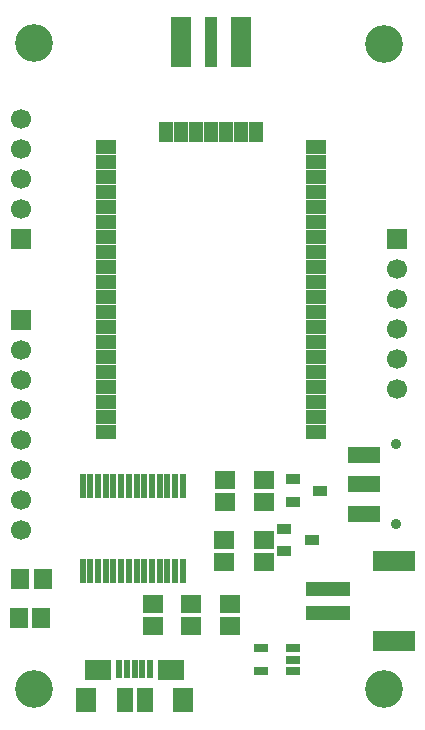
<source format=gbr>
G04 DipTrace 3.0.0.1*
G04 TopMask.gbr*
%MOIN*%
G04 #@! TF.FileFunction,Soldermask,Top*
G04 #@! TF.Part,Single*
%ADD49C,0.125984*%
%ADD50C,0.035433*%
%ADD53R,0.023622X0.07874*%
%ADD55R,0.141732X0.066929*%
%ADD57R,0.145669X0.047244*%
%ADD59R,0.051181X0.031496*%
%ADD61R,0.041339X0.167717*%
%ADD63R,0.067717X0.167717*%
%ADD65R,0.047638X0.067874*%
%ADD67R,0.067874X0.047638*%
%ADD69R,0.106299X0.055118*%
%ADD71R,0.049213X0.033465*%
%ADD73C,0.066929*%
%ADD75R,0.066929X0.066929*%
%ADD77R,0.055118X0.082677*%
%ADD79R,0.070866X0.082677*%
%ADD81R,0.090551X0.070866*%
%ADD83R,0.023622X0.061024*%
%ADD85R,0.059055X0.066929*%
%ADD87R,0.066929X0.059055*%
%FSLAX26Y26*%
G04*
G70*
G90*
G75*
G01*
G04 TopMask*
%LPD*%
D87*
X895670Y707481D3*
Y782284D3*
X1021701Y782701D3*
Y707898D3*
X1151701Y782701D3*
Y707898D3*
D85*
X528701Y863701D3*
X453898D3*
X523701Y733701D3*
X448898D3*
D87*
X1133625Y920735D3*
Y995538D3*
X1137124Y1121916D3*
Y1196719D3*
D49*
X1665355Y2649607D3*
X500000Y2653544D3*
Y500000D3*
X1665355D3*
D83*
X885675Y566701D3*
X860084D3*
X834494D3*
X808903D3*
X783313D3*
D81*
X956541Y561780D3*
X712446D3*
D79*
X995911Y461386D3*
X673076D3*
D77*
X867958D3*
X801029D3*
D75*
X456693Y1998819D3*
D73*
Y2098819D3*
Y2198819D3*
Y2298819D3*
Y2398819D3*
D75*
Y1728347D3*
D73*
Y1628347D3*
Y1528347D3*
Y1428347D3*
Y1328347D3*
Y1228347D3*
Y1128347D3*
Y1028347D3*
D75*
X1708662Y1998819D3*
D73*
Y1898819D3*
Y1798819D3*
Y1698819D3*
Y1598819D3*
Y1498819D3*
D71*
X1333858Y1033465D3*
Y958662D3*
X1424410Y996063D3*
X1363239Y1197244D3*
Y1122441D3*
X1453790Y1159843D3*
D87*
X1265864Y1122179D3*
Y1196982D3*
X1265777Y921260D3*
Y996063D3*
D69*
X1597769Y1083334D3*
Y1181759D3*
Y1280184D3*
D50*
X1706037Y1047900D3*
Y1315617D3*
D67*
X1437677Y1354725D3*
Y1404725D3*
Y1454725D3*
Y1504725D3*
Y1554725D3*
Y1604725D3*
Y1654725D3*
Y1704725D3*
Y1754725D3*
Y1804725D3*
Y1854725D3*
Y1904725D3*
Y1954725D3*
Y2004725D3*
Y2054725D3*
Y2104725D3*
Y2154725D3*
Y2204725D3*
Y2254725D3*
Y2304725D3*
D65*
X1237677Y2354725D3*
X1187677D3*
X1137677D3*
X1087677D3*
X1037677D3*
X987677D3*
X937677D3*
D67*
X737677Y2304725D3*
Y2254725D3*
Y2204725D3*
Y2154725D3*
Y2104725D3*
Y2054725D3*
Y2004725D3*
Y1954725D3*
Y1904725D3*
Y1854725D3*
Y1804725D3*
Y1754725D3*
Y1704725D3*
Y1654725D3*
Y1604725D3*
Y1554725D3*
Y1504725D3*
Y1454725D3*
Y1404725D3*
Y1354725D3*
D63*
X987677Y2655774D3*
D61*
X1087677Y2655381D3*
D63*
X1187284D3*
D59*
X1362205Y559318D3*
Y596719D3*
Y634121D3*
X1255906D3*
Y559318D3*
D57*
X1480578Y752756D3*
Y831496D3*
D55*
X1698971Y660307D3*
Y924087D3*
D53*
X994226Y1176641D3*
X968635D3*
X943045D3*
X917454D3*
X891864D3*
X866273D3*
X840683D3*
X815092D3*
X789502D3*
X763911D3*
X738320D3*
X712730D3*
X687139D3*
X661549D3*
Y893168D3*
X687139Y893176D3*
X712730D3*
X738320D3*
X763911D3*
X789502D3*
X815092D3*
X840683D3*
X866273D3*
X891864D3*
X917454D3*
X943045D3*
X968635D3*
X994226D3*
M02*

</source>
